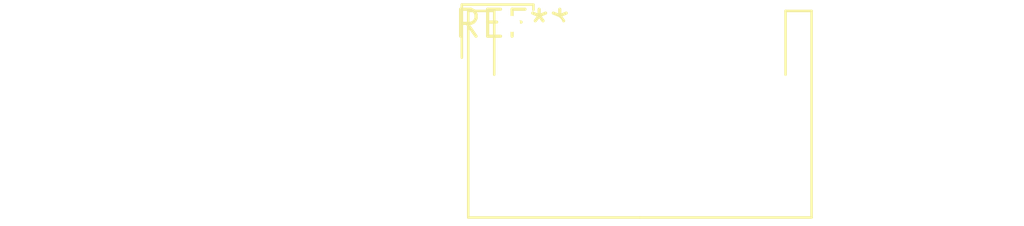
<source format=kicad_pcb>
(kicad_pcb (version 20240108) (generator pcbnew)
  (layers (0 "F.Cu" signal) (31 "B.Cu" signal) (34 "B.Paste" user) (35 "F.Paste" user) (36 "B.SilkS" user "B.Silkscreen") (37 "F.SilkS" user "F.Silkscreen") (38 "B.Mask" user) (39 "F.Mask" user) (44 "Edge.Cuts" user))
  (net 0 "")
  (footprint "JST_PHD_S14B-PHDSS_2x07_P2.00mm_Horizontal" (layer "F.Cu") (at 0 0)
    (property "Reference" "REF**")
    (property "Value" "JST_PHD_S14B-PHDSS_2x07_P2.00mm_Horizontal")
    (fp_line (start -2.36 -0.91) (end -2.36 1.59) (layer "F.SilkS") (stroke (width 0.12)))
    (fp_line (start -2.06 -0.61) (end -2.06 9.11) (layer "F.SilkS") (stroke (width 0.12)))
    (fp_line (start -2.06 9.11) (end 6 9.11) (layer "F.SilkS") (stroke (width 0.12)))
    (fp_line (start -0.84 -0.61) (end -2.06 -0.61) (layer "F.SilkS") (stroke (width 0.12)))
    (fp_line (start -0.84 2.39) (end -0.84 -0.61) (layer "F.SilkS") (stroke (width 0.12)))
    (fp_line (start 1 -0.91) (end -2.36 -0.91) (layer "F.SilkS") (stroke (width 0.12)))
    (fp_line (start 1 -0.66) (end 1 -0.91) (layer "F.SilkS") (stroke (width 0.12)))
    (fp_line (start 12.84 -0.61) (end 14.06 -0.61) (layer "F.SilkS") (stroke (width 0.12)))
    (fp_line (start 12.84 2.39) (end 12.84 -0.61) (layer "F.SilkS") (stroke (width 0.12)))
    (fp_line (start 14.06 -0.61) (end 14.06 9.11) (layer "F.SilkS") (stroke (width 0.12)))
    (fp_line (start 14.06 9.11) (end 6 9.11) (layer "F.SilkS") (stroke (width 0.12)))
    (pad "1" thru_hole roundrect (at 0 0) (size 1.2 1.2) (drill 0.75) (layers *.Cu *.Mask) (remove_unused_layers) (roundrect_rratio 0.208333))
    (pad "2" thru_hole circle (at 0 2) (size 1.2 1.2) (drill 0.75) (layers *.Cu *.Mask) (remove_unused_layers))
    (pad "3" thru_hole circle (at 2 0) (size 1.2 1.2) (drill 0.75) (layers *.Cu *.Mask) (remove_unused_layers))
    (pad "4" thru_hole circle (at 2 2) (size 1.2 1.2) (drill 0.75) (layers *.Cu *.Mask) (remove_unused_layers))
    (pad "5" thru_hole circle (at 4 0) (size 1.2 1.2) (drill 0.75) (layers *.Cu *.Mask) (remove_unused_layers))
    (pad "6" thru_hole circle (at 4 2) (size 1.2 1.2) (drill 0.75) (layers *.Cu *.Mask) (remove_unused_layers))
    (pad "7" thru_hole circle (at 6 0) (size 1.2 1.2) (drill 0.75) (layers *.Cu *.Mask) (remove_unused_layers))
    (pad "8" thru_hole circle (at 6 2) (size 1.2 1.2) (drill 0.75) (layers *.Cu *.Mask) (remove_unused_layers))
    (pad "9" thru_hole circle (at 8 0) (size 1.2 1.2) (drill 0.75) (layers *.Cu *.Mask) (remove_unused_layers))
    (pad "10" thru_hole circle (at 8 2) (size 1.2 1.2) (drill 0.75) (layers *.Cu *.Mask) (remove_unused_layers))
    (pad "11" thru_hole circle (at 10 0) (size 1.2 1.2) (drill 0.75) (layers *.Cu *.Mask) (remove_unused_layers))
    (pad "12" thru_hole circle (at 10 2) (size 1.2 1.2) (drill 0.75) (layers *.Cu *.Mask) (remove_unused_layers))
    (pad "13" thru_hole circle (at 12 0) (size 1.2 1.2) (drill 0.75) (layers *.Cu *.Mask) (remove_unused_layers))
    (pad "14" thru_hole circle (at 12 2) (size 1.2 1.2) (drill 0.75) (layers *.Cu *.Mask) (remove_unused_layers))
  )
)
</source>
